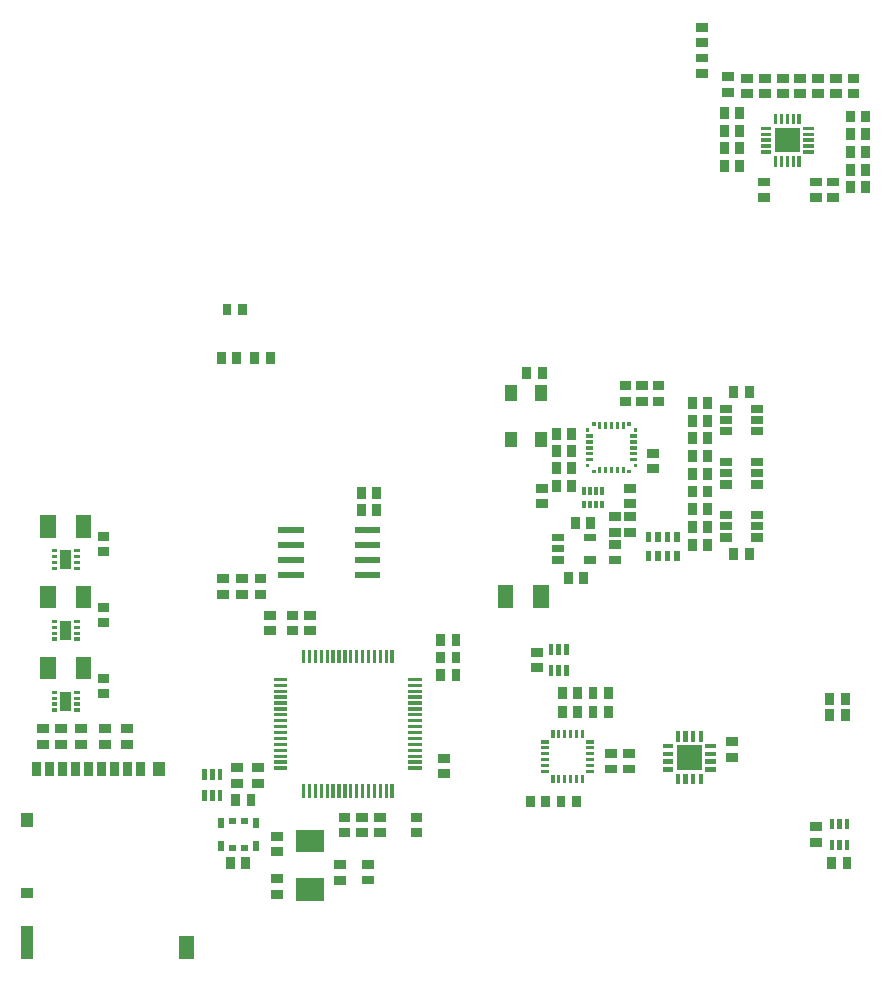
<source format=gbr>
G04 start of page 10 for group -4015 idx -4015 *
G04 Title: (unknown), toppaste *
G04 Creator: pcb 20140316 *
G04 CreationDate: Δευ 14 Μάρ 2016 08:13:14 μμ GMT UTC *
G04 For: mobintu *
G04 Format: Gerber/RS-274X *
G04 PCB-Dimensions (mm): 100.00 100.00 *
G04 PCB-Coordinate-Origin: lower left *
%MOMM*%
%FSLAX43Y43*%
%LNTOPPASTE*%
%ADD184R,0.950X0.950*%
%ADD183R,0.500X0.500*%
%ADD182R,0.550X0.550*%
%ADD181R,0.450X0.450*%
%ADD180R,0.300X0.300*%
%ADD179R,0.600X0.600*%
%ADD178R,0.300X0.300*%
%ADD177R,0.370X0.370*%
%ADD176R,0.900X0.900*%
%ADD175C,0.002*%
%ADD174R,0.280X0.280*%
%ADD173R,0.508X0.508*%
%ADD172R,0.381X0.381*%
%ADD171R,1.300X1.300*%
%ADD170R,1.000X1.000*%
%ADD169R,0.800X0.800*%
%ADD168R,0.700X0.700*%
%ADD167R,1.900X1.900*%
%ADD166R,0.750X0.750*%
G54D166*X43175Y15050D02*X43425D01*
X43175Y16350D02*X43425D01*
X83850Y16625D02*Y16375D01*
X82550Y16625D02*Y16375D01*
X17175Y26550D02*X17425D01*
X17175Y27850D02*X17425D01*
X18875Y26550D02*X19125D01*
X18875Y27850D02*X19125D01*
X22775Y26550D02*X23025D01*
X22775Y27850D02*X23025D01*
X50750Y35525D02*Y35275D01*
X49450Y35525D02*Y35275D01*
X40775Y15031D02*X41025D01*
X40775Y16331D02*X41025D01*
X36775Y36150D02*X37025D01*
X36775Y37450D02*X37025D01*
X50750Y32525D02*Y32275D01*
X49450Y32525D02*Y32275D01*
X50750Y34025D02*Y33775D01*
X49450Y34025D02*Y33775D01*
X35475Y18750D02*X35725D01*
X35475Y17450D02*X35725D01*
X35475Y15150D02*X35725D01*
X35475Y13850D02*X35725D01*
X34875Y37450D02*X35125D01*
X34875Y36150D02*X35125D01*
X42675Y20350D02*X42925D01*
X42675Y19050D02*X42925D01*
X47275Y20350D02*X47525D01*
X47275Y19050D02*X47525D01*
X44175Y19050D02*X44425D01*
X44175Y20350D02*X44425D01*
X38275Y36150D02*X38525D01*
X38275Y37450D02*X38525D01*
X49575Y24050D02*X49825D01*
X49575Y25350D02*X49825D01*
X41175Y19050D02*X41425D01*
X41175Y20350D02*X41425D01*
X20875Y27850D02*X21125D01*
X20875Y26550D02*X21125D01*
G54D167*X38150Y14250D02*X38650D01*
X38150Y18350D02*X38650D01*
G54D166*X81075Y19550D02*X81325D01*
X81075Y18250D02*X81325D01*
X30875Y40550D02*X31125D01*
X30875Y39250D02*X31125D01*
X34075Y40550D02*X34325D01*
X34075Y39250D02*X34325D01*
X32475Y40550D02*X32725D01*
X32475Y39250D02*X32725D01*
X32089Y21959D02*Y21709D01*
X33389Y21959D02*Y21709D01*
X42750Y46525D02*Y46275D01*
X44050Y46525D02*Y46275D01*
G54D168*X24037Y24701D02*Y24200D01*
X22937Y24701D02*Y24200D01*
X21837Y24701D02*Y24200D01*
X20737Y24701D02*Y24200D01*
X19637Y24701D02*Y24200D01*
X18537Y24701D02*Y24200D01*
X17437Y24701D02*Y24200D01*
X16337Y24701D02*Y24200D01*
X15237Y24701D02*Y24200D01*
G54D169*X14337Y13950D02*X14537D01*
G54D170*X14437Y20251D02*Y20051D01*
X14437Y10701D02*Y8900D01*
G54D171*X27937Y9650D02*Y9050D01*
G54D170*X25587Y24551D02*Y24351D01*
G54D172*X29457Y22449D02*Y21941D01*
X30118Y22449D02*Y21941D01*
X30753Y22449D02*Y21941D01*
Y24227D02*Y23719D01*
X30118Y24227D02*Y23719D01*
X29457Y24227D02*Y23719D01*
G54D173*X35936Y44705D02*X37587D01*
X35936Y43435D02*X37587D01*
X35936Y42165D02*X37587D01*
X35936Y40895D02*X37587D01*
X42413D02*X44064D01*
X42413Y42165D02*X44064D01*
X42413Y43435D02*X44064D01*
X42413Y44705D02*X44064D01*
G54D166*X32075Y23250D02*X32325D01*
X32075Y24550D02*X32325D01*
X33875Y23250D02*X34125D01*
X33875Y24550D02*X34125D01*
X83700Y30525D02*Y30275D01*
X82400Y30525D02*Y30275D01*
X83700Y29125D02*Y28875D01*
X82400Y29125D02*Y28875D01*
X42750Y47925D02*Y47675D01*
X44050Y47925D02*Y47675D01*
X84150Y73825D02*Y73575D01*
X85450Y73825D02*Y73575D01*
X73450Y78625D02*Y78375D01*
X74750Y78625D02*Y78375D01*
X85450Y76825D02*Y76575D01*
X84150Y76825D02*Y76575D01*
X75275Y82950D02*X75525D01*
X75275Y81650D02*X75525D01*
X73675Y83050D02*X73925D01*
X73675Y81750D02*X73925D01*
X84275Y82950D02*X84525D01*
X84275Y81650D02*X84525D01*
X82775Y82950D02*X83025D01*
X82775Y81650D02*X83025D01*
X81275Y82950D02*X81525D01*
X81275Y81650D02*X81525D01*
X85450Y79825D02*Y79575D01*
X84150Y79825D02*Y79575D01*
X73450Y80125D02*Y79875D01*
X74750Y80125D02*Y79875D01*
X85450Y75325D02*Y75075D01*
X84150Y75325D02*Y75075D01*
X79775Y82950D02*X80025D01*
X79775Y81650D02*X80025D01*
X76775Y82950D02*X77025D01*
X76775Y81650D02*X77025D01*
X78275Y82950D02*X78525D01*
X78275Y81650D02*X78525D01*
X85450Y78325D02*Y78075D01*
X84150Y78325D02*Y78075D01*
G54D174*X79800Y79810D02*Y79190D01*
X79300Y79810D02*Y79190D01*
X78800Y79810D02*Y79190D01*
X78300Y79810D02*Y79190D01*
X77800Y79810D02*Y79190D01*
X76690Y78700D02*X77310D01*
X76690Y78200D02*X77310D01*
X76690Y77700D02*X77310D01*
X76690Y77200D02*X77310D01*
X76690Y76700D02*X77310D01*
X77800Y76210D02*Y75590D01*
X78300Y76210D02*Y75590D01*
X78800Y76210D02*Y75590D01*
X79300Y76210D02*Y75590D01*
X79800Y76210D02*Y75590D01*
X80290Y76700D02*X80910D01*
X80290Y77200D02*X80910D01*
X80290Y77700D02*X80910D01*
X80290Y78200D02*X80910D01*
X80290Y78700D02*X80910D01*
G54D175*G36*
X77750Y78750D02*Y76650D01*
X79850D01*
Y78750D01*
X77750D01*
G37*
G54D166*X71475Y87250D02*X71725D01*
X71475Y85950D02*X71725D01*
X76675Y74150D02*X76925D01*
X76675Y72850D02*X76925D01*
X71475Y83350D02*X71725D01*
X71475Y84650D02*X71725D01*
X81075Y72850D02*X81325D01*
X81075Y74150D02*X81325D01*
X82575Y72850D02*X82825D01*
X82575Y74150D02*X82825D01*
X73450Y77125D02*Y76875D01*
X74750Y77125D02*Y76875D01*
X73450Y75625D02*Y75375D01*
X74750Y75625D02*Y75375D01*
G54D174*X16640Y30950D02*X16860D01*
X16640Y30450D02*X16860D01*
X16640Y29950D02*X16860D01*
X16640Y29450D02*X16860D01*
X18540D02*X18760D01*
X18540Y29950D02*X18760D01*
X18540Y30450D02*X18760D01*
X18540Y30950D02*X18760D01*
G54D176*X17700Y30550D02*Y29850D01*
G54D171*X19200Y39300D02*Y38700D01*
X16200Y39300D02*Y38700D01*
X19200Y45300D02*Y44700D01*
X16200Y45300D02*Y44700D01*
X19200Y33300D02*Y32700D01*
X16200Y33300D02*Y32700D01*
G54D174*X16640Y42950D02*X16860D01*
X16640Y42450D02*X16860D01*
X16640Y41950D02*X16860D01*
X16640Y41450D02*X16860D01*
X18540D02*X18760D01*
X18540Y41950D02*X18760D01*
X18540Y42450D02*X18760D01*
X18540Y42950D02*X18760D01*
G54D176*X17700Y42550D02*Y41850D01*
G54D174*X16640Y36950D02*X16860D01*
X16640Y36450D02*X16860D01*
X16640Y35950D02*X16860D01*
X16640Y35450D02*X16860D01*
X18540D02*X18760D01*
X18540Y35950D02*X18760D01*
X18540Y36450D02*X18760D01*
X18540Y36950D02*X18760D01*
G54D176*X17700Y36550D02*Y35850D01*
G54D166*X20775Y38150D02*X21025D01*
X20775Y36850D02*X21025D01*
X20775Y44150D02*X21025D01*
X20775Y42850D02*X21025D01*
X20775Y32150D02*X21025D01*
X20775Y30850D02*X21025D01*
G54D172*X83860Y20054D02*Y19546D01*
X83200Y20054D02*Y19546D01*
X82565Y20054D02*Y19546D01*
Y18276D02*Y17768D01*
X83200Y18276D02*Y17768D01*
X83860Y18276D02*Y17768D01*
G54D174*X37840Y23022D02*Y22159D01*
X38340Y23022D02*Y22159D01*
X38840Y23022D02*Y22159D01*
X39340Y23022D02*Y22159D01*
X39840Y23022D02*Y22159D01*
X40340Y23022D02*Y22159D01*
X40840Y23022D02*Y22159D01*
X41340Y23022D02*Y22159D01*
X41840Y23022D02*Y22159D01*
X42340Y23022D02*Y22159D01*
X42840Y23022D02*Y22159D01*
X43340Y23022D02*Y22159D01*
X43840Y23022D02*Y22159D01*
X44340Y23022D02*Y22159D01*
X44840Y23022D02*Y22159D01*
X45340Y23022D02*Y22159D01*
X46857Y24539D02*X47720D01*
X46857Y25039D02*X47720D01*
X46857Y25539D02*X47720D01*
X46857Y26039D02*X47720D01*
X46857Y26539D02*X47720D01*
X46857Y27039D02*X47720D01*
X46857Y27539D02*X47720D01*
X46857Y28039D02*X47720D01*
X46857Y28539D02*X47720D01*
X46857Y29039D02*X47720D01*
X46857Y29539D02*X47720D01*
X46857Y30039D02*X47720D01*
X46857Y30539D02*X47720D01*
X46857Y31039D02*X47720D01*
X46857Y31539D02*X47720D01*
X46857Y32039D02*X47720D01*
X45340Y34419D02*Y33556D01*
X44840Y34419D02*Y33556D01*
X44340Y34419D02*Y33556D01*
X43840Y34419D02*Y33556D01*
X43340Y34419D02*Y33556D01*
X42840Y34419D02*Y33556D01*
X42340Y34419D02*Y33556D01*
X41840Y34419D02*Y33556D01*
X41340Y34419D02*Y33556D01*
X40840Y34419D02*Y33556D01*
X40340Y34419D02*Y33556D01*
X39840Y34419D02*Y33556D01*
X39340Y34419D02*Y33556D01*
X38840Y34419D02*Y33556D01*
X38340Y34419D02*Y33556D01*
X37840Y34419D02*Y33556D01*
X35460Y32039D02*X36323D01*
X35460Y31539D02*X36323D01*
X35460Y31039D02*X36323D01*
X35460Y30539D02*X36323D01*
X35460Y30039D02*X36323D01*
X35460Y29539D02*X36323D01*
X35460Y29039D02*X36323D01*
X35460Y28539D02*X36323D01*
X35460Y28039D02*X36323D01*
X35460Y27539D02*X36323D01*
X35460Y27039D02*X36323D01*
X35460Y26539D02*X36323D01*
X35460Y26039D02*X36323D01*
X35460Y25539D02*X36323D01*
X35460Y25039D02*X36323D01*
X35460Y24539D02*X36323D01*
G54D166*X59750Y31025D02*Y30775D01*
X61050Y31025D02*Y30775D01*
X59635Y21826D02*Y21576D01*
X60935Y21826D02*Y21576D01*
X63775Y24450D02*X64025D01*
X63775Y25750D02*X64025D01*
X57050Y21825D02*Y21575D01*
X58350Y21825D02*Y21575D01*
G54D174*X58090Y26750D02*X58510D01*
X58090Y26250D02*X58510D01*
X58090Y25750D02*X58510D01*
X58090Y25250D02*X58510D01*
X58090Y24750D02*X58510D01*
X58090Y24250D02*X58510D01*
X58950Y23810D02*Y23390D01*
X59450Y23810D02*Y23390D01*
X59950Y23810D02*Y23390D01*
X60450Y23810D02*Y23390D01*
X60950Y23810D02*Y23390D01*
X61450Y23810D02*Y23390D01*
X61890Y24250D02*X62310D01*
X61890Y24750D02*X62310D01*
X61890Y25250D02*X62310D01*
X61890Y25750D02*X62310D01*
X61890Y26250D02*X62310D01*
X61890Y26750D02*X62310D01*
X61450Y27610D02*Y27190D01*
X60950Y27610D02*Y27190D01*
X60450Y27610D02*Y27190D01*
X59950Y27610D02*Y27190D01*
X59450Y27610D02*Y27190D01*
X58950Y27610D02*Y27190D01*
G54D166*X65275Y24450D02*X65525D01*
X65275Y25750D02*X65525D01*
X63650Y29425D02*Y29175D01*
X62350Y29425D02*Y29175D01*
X63650Y31025D02*Y30775D01*
X62350Y31025D02*Y30775D01*
X59750Y29425D02*Y29175D01*
X61050Y29425D02*Y29175D01*
X73975Y25450D02*X74225D01*
X73975Y26750D02*X74225D01*
G54D172*X60100Y34832D02*Y34324D01*
X59439Y34832D02*Y34324D01*
X58804Y34832D02*Y34324D01*
Y33054D02*Y32546D01*
X59439Y33054D02*Y32546D01*
X60100Y33054D02*Y32546D01*
G54D166*X57475Y34350D02*X57725D01*
X57475Y33050D02*X57725D01*
G54D177*X68435Y26375D02*X68965D01*
X68435Y25725D02*X68965D01*
X68435Y25075D02*X68965D01*
X68435Y24425D02*X68965D01*
X69525Y23865D02*Y23335D01*
X70175Y23865D02*Y23335D01*
X70825Y23865D02*Y23335D01*
X71475Y23865D02*Y23335D01*
X72035Y24425D02*X72565D01*
X72035Y25075D02*X72565D01*
X72035Y25725D02*X72565D01*
X72035Y26375D02*X72565D01*
X71475Y27465D02*Y26935D01*
X70825Y27465D02*Y26935D01*
X70175Y27465D02*Y26935D01*
X69525Y27465D02*Y26935D01*
G54D175*G36*
X69450Y26450D02*Y24350D01*
X71550D01*
Y26450D01*
X69450D01*
G37*
G54D166*X32660Y63475D02*Y63225D01*
X31360Y63475D02*Y63225D01*
X35010Y59375D02*Y59125D01*
X33710Y59375D02*Y59125D01*
X32160Y59375D02*Y59125D01*
X30860Y59375D02*Y59125D01*
X15675Y26550D02*X15925D01*
X15675Y27850D02*X15925D01*
X64975Y56900D02*X65225D01*
X64975Y55600D02*X65225D01*
X66375Y56900D02*X66625D01*
X66375Y55600D02*X66625D01*
X67775Y56900D02*X68025D01*
X67775Y55600D02*X68025D01*
G54D171*X57945Y39354D02*Y38754D01*
X54946Y39354D02*Y38754D01*
G54D166*X75561Y56472D02*Y56222D01*
X74261Y56472D02*Y56222D01*
X70761Y51072D02*Y50822D01*
X72061Y51072D02*Y50822D01*
X70761Y52572D02*Y52322D01*
X72061Y52572D02*Y52322D01*
X70761Y55572D02*Y55322D01*
X72061Y55572D02*Y55322D01*
X70761Y43572D02*Y43322D01*
X72061Y43572D02*Y43322D01*
X70762Y46574D02*Y46324D01*
X72061Y46574D02*Y46324D01*
X70761Y49572D02*Y49322D01*
X72061Y49572D02*Y49322D01*
X70761Y54072D02*Y53822D01*
X72061Y54072D02*Y53822D01*
X65386Y46897D02*X65636D01*
X65386Y48197D02*X65636D01*
X65386Y45797D02*X65636D01*
X65386Y44497D02*X65636D01*
G54D168*X73461Y54947D02*X73762D01*
X73461Y53997D02*X73762D01*
X73461Y53047D02*X73762D01*
X76061D02*X76361D01*
X76061Y53997D02*X76361D01*
X76061Y54947D02*X76361D01*
X73461Y50447D02*X73762D01*
X73461Y49497D02*X73762D01*
X73461Y48547D02*X73762D01*
X76061D02*X76361D01*
X76061Y49497D02*X76361D01*
X76061Y50447D02*X76361D01*
X73461Y45947D02*X73762D01*
X73461Y44997D02*X73762D01*
X73461Y44047D02*X73762D01*
X76061D02*X76361D01*
X76061Y44997D02*X76361D01*
X76061Y45947D02*X76361D01*
G54D166*X75561Y42772D02*Y42522D01*
X74261Y42772D02*Y42522D01*
X70761Y45072D02*Y44822D01*
X72061Y45072D02*Y44822D01*
X70761Y48072D02*Y47822D01*
X72061Y48072D02*Y47822D01*
X60550Y52925D02*Y52675D01*
X59250Y52925D02*Y52675D01*
X67286Y49897D02*X67536D01*
X67286Y51197D02*X67536D01*
X57887Y48197D02*X58136D01*
X57887Y46897D02*X58136D01*
X61561Y40722D02*Y40472D01*
X60261Y40722D02*Y40472D01*
X60850Y45425D02*Y45175D01*
X62150Y45425D02*Y45175D01*
X64075Y43450D02*X64325D01*
X64075Y42150D02*X64325D01*
X59261Y50072D02*Y49822D01*
X60561Y50072D02*Y49822D01*
X59261Y51522D02*Y51272D01*
X60561Y51522D02*Y51272D01*
X58050Y58125D02*Y57875D01*
X56750Y58125D02*Y57875D01*
G54D178*X61600Y47025D02*Y46675D01*
X62100Y47025D02*Y46675D01*
X62600Y47025D02*Y46675D01*
X63100Y47025D02*Y46675D01*
X61600Y48175D02*Y47825D01*
X62100Y48175D02*Y47825D01*
X62600Y48175D02*Y47825D01*
X63100Y48175D02*Y47825D01*
G54D166*X64075Y44500D02*X64325D01*
X64075Y45800D02*X64325D01*
G54D179*X59211Y44047D02*X59611D01*
X59211Y43097D02*X59611D01*
X59211Y42147D02*X59611D01*
X61911D02*X62311D01*
X61911Y44047D02*X62311D01*
G54D174*X61902Y53157D02*Y53137D01*
G54D180*X61911Y52647D02*X62161D01*
X61911Y52147D02*X62161D01*
X61911Y51647D02*X62161D01*
X61911Y51147D02*X62161D01*
X61911Y50647D02*X62161D01*
G54D174*X61902Y50157D02*Y50137D01*
X62401Y49637D02*X62422D01*
G54D180*X62911Y49897D02*Y49647D01*
X63412Y49897D02*Y49647D01*
X63911Y49897D02*Y49647D01*
X64412Y49897D02*Y49647D01*
X64911Y49897D02*Y49647D01*
G54D174*X65402Y49637D02*X65422D01*
X65921Y50157D02*Y50137D01*
G54D180*X65662Y50647D02*X65911D01*
X65662Y51147D02*X65911D01*
X65662Y51647D02*X65911D01*
X65662Y52147D02*X65911D01*
X65662Y52647D02*X65911D01*
G54D174*X65921Y53157D02*Y53137D01*
X65402Y53657D02*X65422D01*
G54D180*X64911Y53647D02*Y53397D01*
X64412Y53647D02*Y53397D01*
X63911Y53647D02*Y53397D01*
X63412Y53647D02*Y53397D01*
X62911Y53647D02*Y53397D01*
G54D174*X62401Y53657D02*X62422D01*
G54D181*X69450Y44275D02*Y43925D01*
X68650Y44275D02*Y43925D01*
X67850Y44275D02*Y43925D01*
X67050Y44275D02*Y43925D01*
Y42675D02*Y42325D01*
X67850Y42675D02*Y42325D01*
X68650Y42675D02*Y42325D01*
X69450Y42675D02*Y42325D01*
G54D166*X59261Y48572D02*Y48322D01*
X60561Y48572D02*Y48322D01*
X32950Y16625D02*Y16375D01*
X31650Y16625D02*Y16375D01*
G54D182*X30850Y20050D02*Y19750D01*
G54D183*X31775Y20075D02*X31875D01*
X32775D02*X32875D01*
G54D182*X33800Y20050D02*Y19750D01*
X30850Y18100D02*Y17800D01*
G54D183*X31775Y17775D02*X31875D01*
X32775D02*X32875D01*
G54D182*X33800Y18100D02*Y17800D01*
G54D184*X55400Y56500D02*Y56100D01*
Y52550D02*Y52150D01*
X57950Y52550D02*Y52150D01*
Y56500D02*Y56100D01*
M02*

</source>
